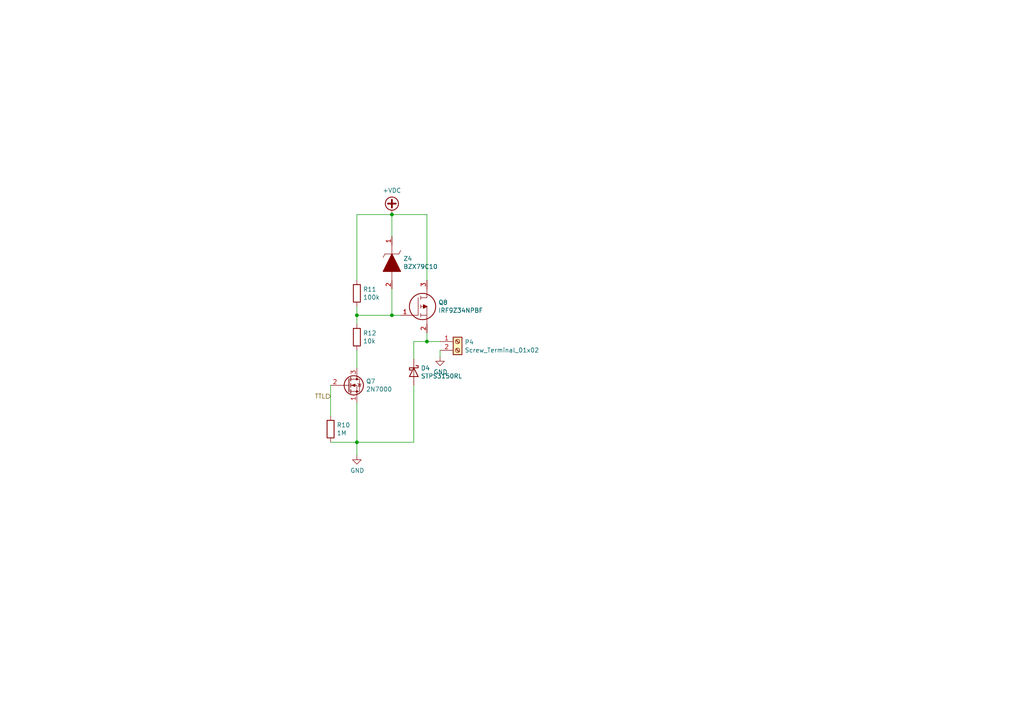
<source format=kicad_sch>
(kicad_sch (version 20211123) (generator eeschema)
  (paper "A4")
  (lib_symbols
    (symbol "Connector:Screw_Terminal_01x02" (pin_names (offset 1.016) hide)
      (property "Reference" "J" (at 0 2.54 0))
      (property "Value" "Screw_Terminal_01x02" (at 0 -5.08 0))
      (symbol "Screw_Terminal_01x02_1_1"
        (rectangle (start -1.27 1.27) (end 1.27 -3.81) (stroke (width 0.254)) (fill (type background)))
        (circle (center 0 -2.54) (radius 0.635) (stroke (width 0.1524)))
        (polyline (pts (xy -0.5334 -2.2098) (xy 0.3302 -3.048)) (stroke (width 0.1524)))
        (polyline (pts (xy -0.5334 0.3302) (xy 0.3302 -0.508)) (stroke (width 0.1524)))
        (polyline (pts (xy -0.3556 -2.032) (xy 0.508 -2.8702)) (stroke (width 0.1524)))
        (polyline (pts (xy -0.3556 0.508) (xy 0.508 -0.3302)) (stroke (width 0.1524)))
        (circle (center 0 0) (radius 0.635) (stroke (width 0.1524)))
        (pin passive line (at -5.08 0 0) (length 3.81) (name "Pin_1") (number "1"))
        (pin passive line (at -5.08 -2.54 0) (length 3.81) (name "Pin_2") (number "2"))
      )
    )
    (symbol "Device:D_Schottky" (pin_numbers hide) (pin_names (offset 1.016) hide)
      (property "Reference" "D" (at 0 2.54 0))
      (property "Value" "D_Schottky" (at 0 -2.54 0))
      (symbol "D_Schottky_0_1"
        (polyline (pts (xy 1.27 0) (xy -1.27 0)))
        (polyline (pts (xy 1.27 1.27) (xy 1.27 -1.27) (xy -1.27 0) (xy 1.27 1.27)) (stroke (width 0.254)))
        (polyline (pts (xy -1.905 0.635) (xy -1.905 1.27) (xy -1.27 1.27) (xy -1.27 -1.27) (xy -0.635 -1.27) (xy -0.635 -0.635)) (stroke (width 0.254)))
      )
      (symbol "D_Schottky_1_1"
        (pin passive line (at -3.81 0 0) (length 2.54) (name "K") (number "1"))
        (pin passive line (at 3.81 0 180) (length 2.54) (name "A") (number "2"))
      )
    )
    (symbol "Device:R" (pin_numbers hide) (pin_names (offset 0))
      (property "Reference" "R" (at 2.032 0 90))
      (property "Value" "R" (at 0 0 90))
      (symbol "R_0_1"
        (rectangle (start -1.016 -2.54) (end 1.016 2.54) (stroke (width 0.254)))
      )
      (symbol "R_1_1"
        (pin passive line (at 0 3.81 270) (length 1.27) (name "~") (number "1"))
        (pin passive line (at 0 -3.81 90) (length 1.27) (name "~") (number "2"))
      )
    )
    (symbol "SamacSys_Parts:BZX79C10" (pin_names (offset 0.762))
      (property "Reference" "Z" (at 10.16 8.89 0))
      (property "Value" "SamacSys_Parts_BZX79C10" (at 10.16 6.35 0))
      (symbol "BZX79C10_0_0"
        (pin passive line (at 0 0 0) (length 2.54) (name "~") (number "1"))
        (pin passive line (at 15.24 0 180) (length 2.54) (name "~") (number "2"))
      )
      (symbol "BZX79C10_0_1"
        (polyline (pts (xy 2.54 0) (xy 5.08 0)) (stroke (width 0.1524)))
        (polyline (pts (xy 4.064 -2.54) (xy 5.08 -2.032)) (stroke (width 0.1524)))
        (polyline (pts (xy 5.08 2.032) (xy 5.08 -2.032)) (stroke (width 0.1524)))
        (polyline (pts (xy 5.08 2.032) (xy 6.096 2.54)) (stroke (width 0.1524)))
        (polyline (pts (xy 12.7 0) (xy 10.16 0)) (stroke (width 0.1524)))
        (polyline (pts (xy 5.08 0) (xy 10.16 2.54) (xy 10.16 -2.54) (xy 5.08 0)) (stroke (width 0.254)) (fill (type outline)))
      )
    )
    (symbol "SamacSys_Parts:IRF9Z34NPBF" (pin_names (offset 0.762))
      (property "Reference" "Q" (at 11.43 3.81 0))
      (property "Value" "SamacSys_Parts_IRF9Z34NPBF" (at 11.43 1.27 0))
      (symbol "IRF9Z34NPBF_0_0"
        (pin passive line (at 0 0 0) (length 2.54) (name "~") (number "1"))
        (pin passive line (at 7.62 -5.08 90) (length 2.54) (name "~") (number "2"))
        (pin passive line (at 7.62 10.16 270) (length 2.54) (name "~") (number "3"))
      )
      (symbol "IRF9Z34NPBF_0_1"
        (polyline (pts (xy 5.842 -0.508) (xy 5.842 0.508)) (stroke (width 0.1524)))
        (polyline (pts (xy 5.842 0) (xy 7.62 0)) (stroke (width 0.1524)))
        (polyline (pts (xy 5.842 2.032) (xy 5.842 3.048)) (stroke (width 0.1524)))
        (polyline (pts (xy 5.842 5.588) (xy 5.842 4.572)) (stroke (width 0.1524)))
        (polyline (pts (xy 7.62 2.54) (xy 5.842 2.54)) (stroke (width 0.1524)))
        (polyline (pts (xy 7.62 2.54) (xy 7.62 -2.54)) (stroke (width 0.1524)))
        (polyline (pts (xy 7.62 5.08) (xy 5.842 5.08)) (stroke (width 0.1524)))
        (polyline (pts (xy 7.62 5.08) (xy 7.62 7.62)) (stroke (width 0.1524)))
        (polyline (pts (xy 2.54 0) (xy 5.08 0) (xy 5.08 5.08)) (stroke (width 0.1524)))
        (polyline (pts (xy 7.62 2.54) (xy 6.604 3.048) (xy 6.604 2.032) (xy 7.62 2.54)) (stroke (width 0.254)) (fill (type outline)))
        (circle (center 6.35 2.54) (radius 3.81) (stroke (width 0.254)))
      )
    )
    (symbol "Transistor_FET:2N7000" (pin_names hide)
      (property "Reference" "Q" (at 5.08 1.905 0))
      (property "Value" "2N7000" (at 5.08 0 0))
      (symbol "2N7000_0_1"
        (polyline (pts (xy 0.254 0) (xy -2.54 0)))
        (polyline (pts (xy 0.254 1.905) (xy 0.254 -1.905)) (stroke (width 0.254)))
        (polyline (pts (xy 0.762 -1.27) (xy 0.762 -2.286)) (stroke (width 0.254)))
        (polyline (pts (xy 0.762 0.508) (xy 0.762 -0.508)) (stroke (width 0.254)))
        (polyline (pts (xy 0.762 2.286) (xy 0.762 1.27)) (stroke (width 0.254)))
        (polyline (pts (xy 2.54 2.54) (xy 2.54 1.778)))
        (polyline (pts (xy 2.54 -2.54) (xy 2.54 0) (xy 0.762 0)))
        (polyline (pts (xy 0.762 -1.778) (xy 3.302 -1.778) (xy 3.302 1.778) (xy 0.762 1.778)))
        (polyline (pts (xy 1.016 0) (xy 2.032 0.381) (xy 2.032 -0.381) (xy 1.016 0)) (fill (type outline)))
        (polyline (pts (xy 2.794 0.508) (xy 2.921 0.381) (xy 3.683 0.381) (xy 3.81 0.254)))
        (polyline (pts (xy 3.302 0.381) (xy 2.921 -0.254) (xy 3.683 -0.254) (xy 3.302 0.381)))
        (circle (center 1.651 0) (radius 2.794) (stroke (width 0.254)))
        (circle (center 2.54 -1.778) (radius 0.254) (fill (type outline)))
        (circle (center 2.54 1.778) (radius 0.254) (fill (type outline)))
      )
      (symbol "2N7000_1_1"
        (pin passive line (at 2.54 -5.08 90) (length 2.54) (name "S") (number "1"))
        (pin input line (at -5.08 0 0) (length 2.54) (name "G") (number "2"))
        (pin passive line (at 2.54 5.08 270) (length 2.54) (name "D") (number "3"))
      )
    )
    (symbol "power:+VDC" (power) (pin_names (offset 0))
      (property "Value" "+VDC" (at 0 6.35 0))
      (symbol "+VDC_0_1"
        (polyline (pts (xy -1.143 3.175) (xy 1.143 3.175)) (stroke (width 0.508)))
        (polyline (pts (xy 0 0) (xy 0 1.27)))
        (polyline (pts (xy 0 2.032) (xy 0 4.318)) (stroke (width 0.508)))
        (circle (center 0 3.175) (radius 1.905) (stroke (width 0.254)))
      )
      (symbol "+VDC_1_1"
        (pin power_in line (at 0 0 90) (length 0) hide (name "+VDC") (number "1"))
      )
    )
    (symbol "power:GND" (power) (pin_names (offset 0))
      (property "Value" "GND" (at 0 -3.81 0))
      (symbol "GND_0_1"
        (polyline (pts (xy 0 0) (xy 0 -1.27) (xy 1.27 -1.27) (xy 0 -2.54) (xy -1.27 -1.27) (xy 0 -1.27)))
      )
      (symbol "GND_1_1"
        (pin power_in line (at 0 0 270) (length 0) hide (name "GND") (number "1"))
      )
    )
  )
  (junction (at 113.665 62.23))
  (junction (at 103.505 128.27))
  (junction (at 103.505 91.44))
  (junction (at 113.665 91.44))
  (junction (at 123.825 99.06))
  (wire (pts (xy 103.505 62.23) (xy 103.505 81.28)))
  (wire (pts (xy 120.015 99.06) (xy 123.825 99.06)))
  (wire (pts (xy 103.505 93.98) (xy 103.505 91.44)))
  (wire (pts (xy 127.635 101.6) (xy 127.635 103.505)))
  (wire (pts (xy 103.505 101.6) (xy 103.505 106.68)))
  (wire (pts (xy 95.885 128.27) (xy 103.505 128.27)))
  (wire (pts (xy 95.885 120.65) (xy 95.885 111.76)))
  (wire (pts (xy 120.015 128.27) (xy 103.505 128.27)))
  (wire (pts (xy 103.505 116.84) (xy 103.505 128.27)))
  (wire (pts (xy 123.825 81.28) (xy 123.825 62.23)))
  (wire (pts (xy 103.505 91.44) (xy 113.665 91.44)))
  (wire (pts (xy 113.665 91.44) (xy 116.205 91.44)))
  (wire (pts (xy 120.015 104.14) (xy 120.015 99.06)))
  (wire (pts (xy 113.665 68.58) (xy 113.665 62.23)))
  (wire (pts (xy 113.665 83.82) (xy 113.665 91.44)))
  (wire (pts (xy 123.825 62.23) (xy 113.665 62.23)))
  (wire (pts (xy 113.665 62.23) (xy 103.505 62.23)))
  (wire (pts (xy 123.825 99.06) (xy 127.635 99.06)))
  (wire (pts (xy 123.825 99.06) (xy 123.825 96.52)))
  (wire (pts (xy 120.015 111.76) (xy 120.015 128.27)))
  (wire (pts (xy 103.505 91.44) (xy 103.505 88.9)))
  (wire (pts (xy 103.505 132.08) (xy 103.505 128.27)))
  (hierarchical_label "TTL" (shape input) (at 95.885 114.935 180))
  (symbol (lib_id "SamacSys_Parts:IRF9Z34NPBF") (at 116.205 91.44 0)
    (property "Reference" "Q8" (at 127.127 87.7316 0) (effects (justify left)))
    (property "Value" "IRF9Z34NPBF" (at 127.127 90.043 0) (effects (justify left)))
    (property "Footprint" "SamacSys_Parts:TO254P469X1042X1967-3P" (effects hide))
    (property "Datasheet" "https://www.infineon.com/dgdl/irf9z34npbf.pdf?fileId=5546d462533600a40153561220af1ddd" (effects hide))
    (property "Description" "MOSFET MOSFT PCh -55V -17A 100mOhm 23.3nC" (effects hide))
    (property "Height" "4.69" (effects hide))
    (property "Mouser Part Number" "942-IRF9Z34NPBF" (effects hide))
    (property "Mouser Price/Stock" "https://www.mouser.co.uk/ProductDetail/Infineon-IR/IRF9Z34NPBF?qs=9%252BKlkBgLFf16a%2FvlD%252BMCtQ%3D%3D" (effects hide))
    (property "Manufacturer_Name" "Infineon" (effects hide))
    (property "Manufacturer_Part_Number" "IRF9Z34NPBF" (effects hide))
  )
  (symbol (lib_id "Device:R") (at 103.505 97.79 0)
    (property "Reference" "R12" (at 105.283 96.6216 0) (effects (justify left)))
    (property "Value" "10k" (at 105.283 98.933 0) (effects (justify left)))
    (property "Footprint" "Resistor_THT:R_Axial_DIN0207_L6.3mm_D2.5mm_P2.54mm_Vertical" (effects hide))
  )
  (symbol (lib_id "power:GND") (at 127.635 103.505 0)
    (property "Reference" "#PWR0112" (effects hide))
    (property "Value" "GND" (at 127.762 107.8992 0))
  )
  (symbol (lib_id "SamacSys_Parts:BZX79C10") (at 113.665 68.58 90) (mirror x)
    (property "Reference" "Z4" (at 116.967 75.0316 90) (effects (justify right)))
    (property "Value" "BZX79C10" (at 116.967 77.343 90) (effects (justify right)))
    (property "Footprint" "DIOAD1068W53L380D172" (effects hide))
    (property "Datasheet" "https://www.fairchildsemi.com/datasheets/BZ/BZX79C10.pdf" (effects hide))
    (property "Description" "BZX79C10, Zener Diode, 10V +/-5 500 mW 0.2A, 2-Pin DO-35" (effects hide))
    (property "Mouser Part Number" "512-BZX79C10" (effects hide))
    (property "Mouser Price/Stock" "https://www.mouser.co.uk/ProductDetail/ON-Semiconductor-Fairchild/BZX79C10?qs=FITO%2F%2FQgYDkGEXVpK3DyhQ%3D%3D" (effects hide))
    (property "Manufacturer_Name" "ON Semiconductor" (effects hide))
    (property "Manufacturer_Part_Number" "BZX79C10" (effects hide))
  )
  (symbol (lib_id "Device:R") (at 95.885 124.46 0)
    (property "Reference" "R10" (at 97.663 123.2916 0) (effects (justify left)))
    (property "Value" "1M" (at 97.663 125.603 0) (effects (justify left)))
    (property "Footprint" "Resistor_THT:R_Axial_DIN0207_L6.3mm_D2.5mm_P2.54mm_Vertical" (effects hide))
  )
  (symbol (lib_id "power:GND") (at 103.505 132.08 0)
    (property "Reference" "#PWR0111" (effects hide))
    (property "Value" "GND" (at 103.632 136.4742 0))
  )
  (symbol (lib_id "Device:D_Schottky") (at 120.015 107.95 270)
    (property "Reference" "D4" (at 122.047 106.7816 90) (effects (justify left)))
    (property "Value" "STPS3150RL" (at 122.047 109.093 90) (effects (justify left)))
    (property "Footprint" "Diode_THT:D_DO-201_P15.24mm_Horizontal" (effects hide))
  )
  (symbol (lib_id "Connector:Screw_Terminal_01x02") (at 132.715 99.06 0)
    (property "Reference" "P4" (at 134.747 99.2632 0) (effects (justify left)))
    (property "Value" "Screw_Terminal_01x02" (at 134.747 101.5746 0) (effects (justify left)))
    (property "Footprint" "TerminalBlock_Phoenix:TerminalBlock_Phoenix_MKDS-1,5-2-5.08_1x02_P5.08mm_Horizontal" (effects hide))
  )
  (symbol (lib_id "Transistor_FET:2N7000") (at 100.965 111.76 0)
    (property "Reference" "Q7" (at 106.1466 110.5916 0) (effects (justify left)))
    (property "Value" "2N7000" (at 106.1466 112.903 0) (effects (justify left)))
    (property "Footprint" "Package_TO_SOT_THT:TO-92_Inline" (effects hide))
    (property "Datasheet" "https://www.onsemi.com/pub/Collateral/NDS7002A-D.PDF" (effects hide))
  )
  (symbol (lib_id "power:+VDC") (at 113.665 62.23 0)
    (property "Reference" "#PWR0110" (effects hide))
    (property "Value" "+VDC" (at 113.665 55.245 0))
  )
  (symbol (lib_id "Device:R") (at 103.505 85.09 0)
    (property "Reference" "R11" (at 105.283 83.9216 0) (effects (justify left)))
    (property "Value" "100k" (at 105.283 86.233 0) (effects (justify left)))
    (property "Footprint" "Resistor_THT:R_Axial_DIN0207_L6.3mm_D2.5mm_P2.54mm_Vertical" (effects hide))
  )
)
</source>
